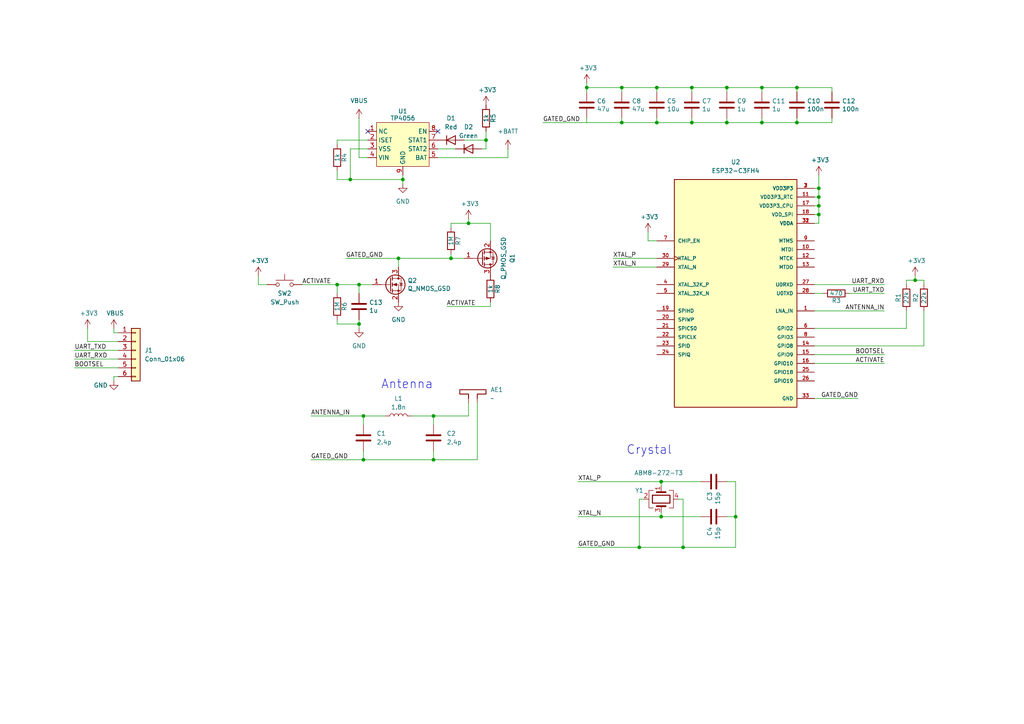
<source format=kicad_sch>
(kicad_sch (version 20231120) (generator "eeschema") (generator_version "8.0")
  (paper "A4")
  (lib_symbols
    (symbol "0_custom:TP4056"
      (property "Reference" "U" (at 0 7.366 0))
      (property "LCSC" "C725790" (at 0 0 0))
      (symbol "TP4056_1_1"
        (rectangle (start -7.62 6.35) (end 7.62 -6.35) (fill (type background)))
        (pin input line (at -10.16 3.81 0) (length 2.54) (name "NC") (number "1"))
        (pin input line (at -10.16 1.27 0) (length 2.54) (name "ISET") (number "2"))
        (pin input line (at -10.16 -1.27 0) (length 2.54) (name "VSS") (number "3"))
        (pin input line (at -10.16 -3.81 0) (length 2.54) (name "VIN") (number "4"))
        (pin input line (at 10.16 -3.81 180) (length 2.54) (name "BAT") (number "5"))
        (pin input line (at 10.16 -1.27 180) (length 2.54) (name "STAT2") (number "6"))
        (pin input line (at 10.16 1.27 180) (length 2.54) (name "STAT1") (number "7"))
        (pin input line (at 10.16 3.81 180) (length 2.54) (name "EN") (number "8"))
        (pin input line (at 0 -8.89 90) (length 2.54) (name "GND") (number "9"))
      )
    )
    (symbol "Connector_Generic:Conn_01x06" (pin_names (offset 1.016) hide)
      (property "Reference" "J" (at 0 7.62 0))
      (property "Value" "Conn_01x06" (at 0 -10.16 0))
      (symbol "Conn_01x06_1_1"
        (rectangle (start -1.27 -7.493) (end 0 -7.747) (stroke (width 0.1524)))
        (rectangle (start -1.27 -4.953) (end 0 -5.207) (stroke (width 0.1524)))
        (rectangle (start -1.27 -2.413) (end 0 -2.667) (stroke (width 0.1524)))
        (rectangle (start -1.27 0.127) (end 0 -0.127) (stroke (width 0.1524)))
        (rectangle (start -1.27 2.667) (end 0 2.413) (stroke (width 0.1524)))
        (rectangle (start -1.27 5.207) (end 0 4.953) (stroke (width 0.1524)))
        (rectangle (start -1.27 6.35) (end 1.27 -8.89) (stroke (width 0.254)) (fill (type background)))
        (pin passive line (at -5.08 5.08 0) (length 3.81) (name "Pin_1") (number "1"))
        (pin passive line (at -5.08 2.54 0) (length 3.81) (name "Pin_2") (number "2"))
        (pin passive line (at -5.08 0 0) (length 3.81) (name "Pin_3") (number "3"))
        (pin passive line (at -5.08 -2.54 0) (length 3.81) (name "Pin_4") (number "4"))
        (pin passive line (at -5.08 -5.08 0) (length 3.81) (name "Pin_5") (number "5"))
        (pin passive line (at -5.08 -7.62 0) (length 3.81) (name "Pin_6") (number "6"))
      )
    )
    (symbol "CustomSymbols:ESP32-C3FH4" (pin_names (offset 1.016))
      (property "Reference" "U" (at -17.78 33.782 0))
      (property "Value" "ESP32-C3FH4" (at -17.78 -33.782 0))
      (symbol "ESP32-C3FH4_0_0"
        (rectangle (start -17.78 -33.02) (end 17.78 33.02) (stroke (width 0.254)) (fill (type background)))
        (pin bidirectional line (at 22.86 -5.08 180) (length 5.08) (name "LNA_IN") (number "1"))
        (pin bidirectional line (at 22.86 12.7 180) (length 5.08) (name "MTDI") (number "10"))
        (pin power_in line (at 22.86 27.94 180) (length 5.08) (name "VDD3P3_RTC") (number "11"))
        (pin bidirectional line (at 22.86 10.16 180) (length 5.08) (name "MTCK") (number "12"))
        (pin bidirectional line (at 22.86 7.62 180) (length 5.08) (name "MTDO") (number "13"))
        (pin bidirectional line (at 22.86 -15.24 180) (length 5.08) (name "GPIO8") (number "14"))
        (pin bidirectional line (at 22.86 -17.78 180) (length 5.08) (name "GPIO9") (number "15"))
        (pin bidirectional line (at 22.86 -20.32 180) (length 5.08) (name "GPIO10") (number "16"))
        (pin power_in line (at 22.86 25.4 180) (length 5.08) (name "VDD3P3_CPU") (number "17"))
        (pin power_in line (at 22.86 22.86 180) (length 5.08) (name "VDD_SPI") (number "18"))
        (pin bidirectional line (at -22.86 -5.08 0) (length 5.08) (name "SPIHD") (number "19"))
        (pin power_in line (at 22.86 30.48 180) (length 5.08) (name "VDD3P3") (number "2"))
        (pin bidirectional line (at -22.86 -7.62 0) (length 5.08) (name "SPIWP") (number "20"))
        (pin bidirectional line (at -22.86 -10.16 0) (length 5.08) (name "SPICS0") (number "21"))
        (pin bidirectional line (at -22.86 -12.7 0) (length 5.08) (name "SPICLK") (number "22"))
        (pin bidirectional line (at -22.86 -15.24 0) (length 5.08) (name "SPID") (number "23"))
        (pin bidirectional line (at -22.86 -17.78 0) (length 5.08) (name "SPIQ") (number "24"))
        (pin bidirectional line (at 22.86 -22.86 180) (length 5.08) (name "GPIO18") (number "25"))
        (pin bidirectional line (at 22.86 -25.4 180) (length 5.08) (name "GPIO19") (number "26"))
        (pin bidirectional line (at 22.86 2.54 180) (length 5.08) (name "U0RXD") (number "27"))
        (pin bidirectional line (at 22.86 0 180) (length 5.08) (name "U0TXD") (number "28"))
        (pin output line (at -22.86 7.62 0) (length 5.08) (name "XTAL_N") (number "29"))
        (pin power_in line (at 22.86 30.48 180) (length 5.08) (name "VDD3P3") (number "3"))
        (pin input clock (at -22.86 10.16 0) (length 5.08) (name "XTAL_P") (number "30"))
        (pin power_in line (at 22.86 20.32 180) (length 5.08) (name "VDDA") (number "31"))
        (pin power_in line (at 22.86 20.32 180) (length 5.08) (name "VDDA") (number "32"))
        (pin power_in line (at 22.86 -30.48 180) (length 5.08) (name "GND") (number "33"))
        (pin bidirectional line (at -22.86 2.54 0) (length 5.08) (name "XTAL_32K_P") (number "4"))
        (pin bidirectional line (at -22.86 0 0) (length 5.08) (name "XTAL_32K_N") (number "5"))
        (pin bidirectional line (at 22.86 -10.16 180) (length 5.08) (name "GPIO2") (number "6"))
        (pin input line (at -22.86 15.24 0) (length 5.08) (name "CHIP_EN") (number "7"))
        (pin bidirectional line (at 22.86 -12.7 180) (length 5.08) (name "GPIO3") (number "8"))
        (pin bidirectional line (at 22.86 15.24 180) (length 5.08) (name "MTMS") (number "9"))
      )
    )
    (symbol "Device:Antenna_Dipole" (pin_numbers hide) (pin_names (offset 1.016) hide)
      (property "Reference" "AE" (at 1.27 1.27 0))
      (property "Value" "Antenna_Dipole" (at 1.27 0 0))
      (symbol "Antenna_Dipole_0_1"
        (polyline (pts (xy 2.54 -3.81) (xy 2.54 -2.54) (xy 5.08 -2.54) (xy 5.08 -1.27) (xy -2.54 -1.27) (xy -2.54 -2.54) (xy 0 -2.54) (xy 0 -3.81)) (stroke (width 0.254)))
      )
      (symbol "Antenna_Dipole_1_1"
        (pin input line (at 0 -5.08 90) (length 2.54) (name "~") (number "1"))
        (pin input line (at 2.54 -5.08 90) (length 2.54) (name "~") (number "2"))
      )
    )
    (symbol "Device:C" (pin_numbers hide) (pin_names (offset 0.254))
      (property "Reference" "C" (at 0.635 2.54 0))
      (property "Value" "C" (at 0.635 -2.54 0))
      (symbol "C_0_1"
        (polyline (pts (xy -2.032 -0.762) (xy 2.032 -0.762)) (stroke (width 0.508)))
        (polyline (pts (xy -2.032 0.762) (xy 2.032 0.762)) (stroke (width 0.508)))
      )
      (symbol "C_1_1"
        (pin passive line (at 0 3.81 270) (length 2.794) (name "~") (number "1"))
        (pin passive line (at 0 -3.81 90) (length 2.794) (name "~") (number "2"))
      )
    )
    (symbol "Device:Crystal_GND24" (pin_names (offset 1.016) hide)
      (property "Reference" "Y" (at 3.175 5.08 0))
      (property "Value" "Crystal_GND24" (at 3.175 3.175 0))
      (symbol "Crystal_GND24_0_1"
        (rectangle (start -1.143 2.54) (end 1.143 -2.54) (stroke (width 0.3048)))
        (polyline (pts (xy -2.54 0) (xy -2.032 0)))
        (polyline (pts (xy -2.032 -1.27) (xy -2.032 1.27)) (stroke (width 0.508)))
        (polyline (pts (xy 0 -3.81) (xy 0 -3.556)))
        (polyline (pts (xy 0 3.556) (xy 0 3.81)))
        (polyline (pts (xy 2.032 -1.27) (xy 2.032 1.27)) (stroke (width 0.508)))
        (polyline (pts (xy 2.032 0) (xy 2.54 0)))
        (polyline (pts (xy -2.54 -2.286) (xy -2.54 -3.556) (xy 2.54 -3.556) (xy 2.54 -2.286)))
        (polyline (pts (xy -2.54 2.286) (xy -2.54 3.556) (xy 2.54 3.556) (xy 2.54 2.286)))
      )
      (symbol "Crystal_GND24_1_1"
        (pin passive line (at -3.81 0 0) (length 1.27) (name "1") (number "1"))
        (pin passive line (at 0 5.08 270) (length 1.27) (name "2") (number "2"))
        (pin passive line (at 3.81 0 180) (length 1.27) (name "3") (number "3"))
        (pin passive line (at 0 -5.08 90) (length 1.27) (name "4") (number "4"))
      )
    )
    (symbol "Device:D" (pin_numbers hide) (pin_names (offset 1.016) hide)
      (property "Reference" "D" (at 0 2.54 0))
      (property "Value" "D" (at 0 -2.54 0))
      (symbol "D_0_1"
        (polyline (pts (xy -1.27 1.27) (xy -1.27 -1.27)) (stroke (width 0.254)))
        (polyline (pts (xy 1.27 0) (xy -1.27 0)))
        (polyline (pts (xy 1.27 1.27) (xy 1.27 -1.27) (xy -1.27 0) (xy 1.27 1.27)) (stroke (width 0.254)))
      )
      (symbol "D_1_1"
        (pin passive line (at -3.81 0 0) (length 2.54) (name "K") (number "1"))
        (pin passive line (at 3.81 0 180) (length 2.54) (name "A") (number "2"))
      )
    )
    (symbol "Device:L" (pin_numbers hide) (pin_names (offset 1.016) hide)
      (property "Reference" "L" (at -1.27 0 90))
      (property "Value" "L" (at 1.905 0 90))
      (symbol "L_0_1"
        (arc (start 0 -2.54) (mid 0.6323 -1.905) (end 0 -1.27))
        (arc (start 0 -1.27) (mid 0.6323 -0.635) (end 0 0))
        (arc (start 0 0) (mid 0.6323 0.635) (end 0 1.27))
        (arc (start 0 1.27) (mid 0.6323 1.905) (end 0 2.54))
      )
      (symbol "L_1_1"
        (pin passive line (at 0 3.81 270) (length 1.27) (name "1") (number "1"))
        (pin passive line (at 0 -3.81 90) (length 1.27) (name "2") (number "2"))
      )
    )
    (symbol "Device:Q_NMOS_GSD" (pin_names (offset 0) hide)
      (property "Reference" "Q" (at 5.08 1.27 0))
      (property "Value" "Q_NMOS_GSD" (at 5.08 -1.27 0))
      (symbol "Q_NMOS_GSD_0_1"
        (polyline (pts (xy 0.254 0) (xy -2.54 0)))
        (polyline (pts (xy 0.254 1.905) (xy 0.254 -1.905)) (stroke (width 0.254)))
        (polyline (pts (xy 0.762 -1.27) (xy 0.762 -2.286)) (stroke (width 0.254)))
        (polyline (pts (xy 0.762 0.508) (xy 0.762 -0.508)) (stroke (width 0.254)))
        (polyline (pts (xy 0.762 2.286) (xy 0.762 1.27)) (stroke (width 0.254)))
        (polyline (pts (xy 2.54 2.54) (xy 2.54 1.778)))
        (polyline (pts (xy 2.54 -2.54) (xy 2.54 0) (xy 0.762 0)))
        (polyline (pts (xy 0.762 -1.778) (xy 3.302 -1.778) (xy 3.302 1.778) (xy 0.762 1.778)))
        (polyline (pts (xy 1.016 0) (xy 2.032 0.381) (xy 2.032 -0.381) (xy 1.016 0)) (fill (type outline)))
        (polyline (pts (xy 2.794 0.508) (xy 2.921 0.381) (xy 3.683 0.381) (xy 3.81 0.254)))
        (polyline (pts (xy 3.302 0.381) (xy 2.921 -0.254) (xy 3.683 -0.254) (xy 3.302 0.381)))
        (circle (center 1.651 0) (radius 2.794) (stroke (width 0.254)))
        (circle (center 2.54 -1.778) (radius 0.254) (fill (type outline)))
        (circle (center 2.54 1.778) (radius 0.254) (fill (type outline)))
      )
      (symbol "Q_NMOS_GSD_1_1"
        (pin input line (at -5.08 0 0) (length 2.54) (name "G") (number "1"))
        (pin passive line (at 2.54 -5.08 90) (length 2.54) (name "S") (number "2"))
        (pin passive line (at 2.54 5.08 270) (length 2.54) (name "D") (number "3"))
      )
    )
    (symbol "Device:Q_PMOS_GSD" (pin_names (offset 0) hide)
      (property "Reference" "Q" (at 5.08 1.27 0))
      (property "Value" "Q_PMOS_GSD" (at 5.08 -1.27 0))
      (symbol "Q_PMOS_GSD_0_1"
        (polyline (pts (xy 0.254 0) (xy -2.54 0)))
        (polyline (pts (xy 0.254 1.905) (xy 0.254 -1.905)) (stroke (width 0.254)))
        (polyline (pts (xy 0.762 -1.27) (xy 0.762 -2.286)) (stroke (width 0.254)))
        (polyline (pts (xy 0.762 0.508) (xy 0.762 -0.508)) (stroke (width 0.254)))
        (polyline (pts (xy 0.762 2.286) (xy 0.762 1.27)) (stroke (width 0.254)))
        (polyline (pts (xy 2.54 2.54) (xy 2.54 1.778)))
        (polyline (pts (xy 2.54 -2.54) (xy 2.54 0) (xy 0.762 0)))
        (polyline (pts (xy 0.762 1.778) (xy 3.302 1.778) (xy 3.302 -1.778) (xy 0.762 -1.778)))
        (polyline (pts (xy 2.286 0) (xy 1.27 0.381) (xy 1.27 -0.381) (xy 2.286 0)) (fill (type outline)))
        (polyline (pts (xy 2.794 -0.508) (xy 2.921 -0.381) (xy 3.683 -0.381) (xy 3.81 -0.254)))
        (polyline (pts (xy 3.302 -0.381) (xy 2.921 0.254) (xy 3.683 0.254) (xy 3.302 -0.381)))
        (circle (center 1.651 0) (radius 2.794) (stroke (width 0.254)))
        (circle (center 2.54 -1.778) (radius 0.254) (fill (type outline)))
        (circle (center 2.54 1.778) (radius 0.254) (fill (type outline)))
      )
      (symbol "Q_PMOS_GSD_1_1"
        (pin input line (at -5.08 0 0) (length 2.54) (name "G") (number "1"))
        (pin passive line (at 2.54 -5.08 90) (length 2.54) (name "S") (number "2"))
        (pin passive line (at 2.54 5.08 270) (length 2.54) (name "D") (number "3"))
      )
    )
    (symbol "Device:R" (pin_numbers hide) (pin_names (offset 0))
      (property "Reference" "R" (at 2.032 0 90))
      (property "Value" "R" (at 0 0 90))
      (symbol "R_0_1"
        (rectangle (start -1.016 -2.54) (end 1.016 2.54) (stroke (width 0.254)))
      )
      (symbol "R_1_1"
        (pin passive line (at 0 3.81 270) (length 1.27) (name "~") (number "1"))
        (pin passive line (at 0 -3.81 90) (length 1.27) (name "~") (number "2"))
      )
    )
    (symbol "Switch:SW_Push" (pin_numbers hide) (pin_names (offset 1.016) hide)
      (property "Reference" "SW" (at 1.27 2.54 0))
      (property "Value" "SW_Push" (at 0 -1.524 0))
      (symbol "SW_Push_0_1"
        (circle (center -2.032 0) (radius 0.508))
        (polyline (pts (xy 0 1.27) (xy 0 3.048)))
        (polyline (pts (xy 2.54 1.27) (xy -2.54 1.27)))
        (circle (center 2.032 0) (radius 0.508))
        (pin passive line (at -5.08 0 0) (length 2.54) (name "1") (number "1"))
        (pin passive line (at 5.08 0 180) (length 2.54) (name "2") (number "2"))
      )
    )
    (symbol "VBUS_1" (power) (pin_numbers hide) (pin_names (offset 0) hide)
      (property "Value" "VBUS" (at 0 3.556 0))
      (symbol "VBUS_1_0_1"
        (polyline (pts (xy -0.762 1.27) (xy 0 2.54)))
        (polyline (pts (xy 0 0) (xy 0 2.54)))
        (polyline (pts (xy 0 2.54) (xy 0.762 1.27)))
      )
      (symbol "VBUS_1_1_1"
        (pin power_in line (at 0 0 90) (length 0) (name "~") (number "1"))
      )
    )
    (symbol "power:+3V3" (power) (pin_names (offset 0))
      (property "Value" "+3V3" (at 0 3.556 0))
      (symbol "+3V3_0_1"
        (polyline (pts (xy -0.762 1.27) (xy 0 2.54)))
        (polyline (pts (xy 0 0) (xy 0 2.54)))
        (polyline (pts (xy 0 2.54) (xy 0.762 1.27)))
      )
      (symbol "+3V3_1_1"
        (pin power_in line (at 0 0 90) (length 0) hide (name "+3V3") (number "1"))
      )
    )
    (symbol "power:+BATT" (power) (pin_numbers hide) (pin_names (offset 0) hide)
      (property "Value" "+BATT" (at 0 3.556 0))
      (symbol "+BATT_0_1"
        (polyline (pts (xy -0.762 1.27) (xy 0 2.54)))
        (polyline (pts (xy 0 0) (xy 0 2.54)))
        (polyline (pts (xy 0 2.54) (xy 0.762 1.27)))
      )
      (symbol "+BATT_1_1"
        (pin power_in line (at 0 0 90) (length 0) (name "~") (number "1"))
      )
    )
    (symbol "power:GND" (power) (pin_names (offset 0))
      (property "Value" "GND" (at 0 -3.81 0))
      (symbol "GND_0_1"
        (polyline (pts (xy 0 0) (xy 0 -1.27) (xy 1.27 -1.27) (xy 0 -2.54) (xy -1.27 -1.27) (xy 0 -1.27)))
      )
      (symbol "GND_1_1"
        (pin power_in line (at 0 0 270) (length 0) hide (name "GND") (number "1"))
      )
    )
    (symbol "power:VBUS" (power) (pin_names (offset 0))
      (property "Value" "VBUS" (at 0 3.81 0))
      (symbol "VBUS_0_1"
        (polyline (pts (xy -0.762 1.27) (xy 0 2.54)))
        (polyline (pts (xy 0 0) (xy 0 2.54)))
        (polyline (pts (xy 0 2.54) (xy 0.762 1.27)))
      )
      (symbol "VBUS_1_1"
        (pin power_in line (at 0 0 90) (length 0) hide (name "VBUS") (number "1"))
      )
    )
  )
  (junction (at 135.89 64.77))
  (junction (at 105.41 133.35))
  (junction (at 237.49 62.23))
  (junction (at 237.49 54.61))
  (junction (at 97.79 82.55))
  (junction (at 198.12 158.75))
  (junction (at 200.66 35.56))
  (junction (at 200.66 25.4))
  (junction (at 180.34 35.56))
  (junction (at 185.42 158.75))
  (junction (at 125.73 133.35))
  (junction (at 231.14 25.4))
  (junction (at 104.14 82.55))
  (junction (at 231.14 35.56))
  (junction (at 104.14 93.98))
  (junction (at 213.36 149.86))
  (junction (at 210.82 35.56))
  (junction (at 116.84 52.07))
  (junction (at 210.82 25.4))
  (junction (at 101.6 52.07))
  (junction (at 190.5 25.4))
  (junction (at 265.43 81.28))
  (junction (at 140.97 40.64))
  (junction (at 190.5 35.56))
  (junction (at 130.81 74.93))
  (junction (at 191.77 139.7))
  (junction (at 237.49 59.69))
  (junction (at 115.57 74.93))
  (junction (at 237.49 57.15))
  (junction (at 191.77 149.86))
  (junction (at 105.41 120.65))
  (junction (at 180.34 25.4))
  (junction (at 220.98 25.4))
  (junction (at 170.18 25.4))
  (junction (at 125.73 120.65))
  (junction (at 220.98 35.56))
  (no_connect (at 127 38.1))
  (no_connect (at 106.68 38.1))
  (wire (pts (xy 130.81 74.93) (xy 134.62 74.93)))
  (wire (pts (xy 140.97 38.1) (xy 140.97 40.64)))
  (wire (pts (xy 198.12 144.78) (xy 196.85 144.78)))
  (wire (pts (xy 87.63 82.55) (xy 97.79 82.55)))
  (wire (pts (xy 125.73 130.81) (xy 125.73 133.35)))
  (wire (pts (xy 97.79 52.07) (xy 101.6 52.07)))
  (wire (pts (xy 97.79 49.53) (xy 97.79 52.07)))
  (wire (pts (xy 236.22 105.41) (xy 256.54 105.41)))
  (wire (pts (xy 147.32 43.18) (xy 147.32 45.72)))
  (wire (pts (xy 237.49 64.77) (xy 236.22 64.77)))
  (wire (pts (xy 231.14 35.56) (xy 231.14 34.29)))
  (wire (pts (xy 231.14 25.4) (xy 231.14 26.67)))
  (wire (pts (xy 138.43 116.84) (xy 138.43 133.35)))
  (wire (pts (xy 74.93 80.01) (xy 74.93 82.55)))
  (wire (pts (xy 200.66 25.4) (xy 210.82 25.4)))
  (wire (pts (xy 74.93 82.55) (xy 77.47 82.55)))
  (wire (pts (xy 104.14 82.55) (xy 104.14 85.09)))
  (wire (pts (xy 198.12 158.75) (xy 213.36 158.75)))
  (wire (pts (xy 231.14 35.56) (xy 241.3 35.56)))
  (wire (pts (xy 101.6 52.07) (xy 116.84 52.07)))
  (wire (pts (xy 237.49 50.8) (xy 237.49 54.61)))
  (wire (pts (xy 129.54 88.9) (xy 142.24 88.9)))
  (wire (pts (xy 135.89 120.65) (xy 125.73 120.65)))
  (wire (pts (xy 213.36 139.7) (xy 213.36 149.86)))
  (wire (pts (xy 34.29 96.52) (xy 33.02 96.52)))
  (wire (pts (xy 237.49 57.15) (xy 237.49 59.69)))
  (wire (pts (xy 119.38 120.65) (xy 125.73 120.65)))
  (wire (pts (xy 210.82 25.4) (xy 210.82 26.67)))
  (wire (pts (xy 142.24 64.77) (xy 142.24 69.85)))
  (wire (pts (xy 104.14 45.72) (xy 104.14 34.29)))
  (wire (pts (xy 236.22 95.25) (xy 262.89 95.25)))
  (wire (pts (xy 186.69 144.78) (xy 185.42 144.78)))
  (wire (pts (xy 210.82 25.4) (xy 220.98 25.4)))
  (wire (pts (xy 220.98 35.56) (xy 231.14 35.56)))
  (wire (pts (xy 135.89 64.77) (xy 142.24 64.77)))
  (wire (pts (xy 210.82 149.86) (xy 213.36 149.86)))
  (wire (pts (xy 177.8 74.93) (xy 190.5 74.93)))
  (wire (pts (xy 139.7 43.18) (xy 140.97 43.18)))
  (wire (pts (xy 236.22 115.57) (xy 248.92 115.57)))
  (wire (pts (xy 200.66 35.56) (xy 200.66 34.29)))
  (wire (pts (xy 140.97 40.64) (xy 140.97 43.18)))
  (wire (pts (xy 25.4 95.25) (xy 25.4 99.06)))
  (wire (pts (xy 21.59 101.6) (xy 34.29 101.6)))
  (wire (pts (xy 134.62 40.64) (xy 140.97 40.64)))
  (wire (pts (xy 157.48 35.56) (xy 180.34 35.56)))
  (wire (pts (xy 127 45.72) (xy 147.32 45.72)))
  (wire (pts (xy 25.4 99.06) (xy 34.29 99.06)))
  (wire (pts (xy 180.34 35.56) (xy 180.34 34.29)))
  (wire (pts (xy 191.77 139.7) (xy 167.64 139.7)))
  (wire (pts (xy 104.14 93.98) (xy 104.14 92.71)))
  (wire (pts (xy 262.89 81.28) (xy 265.43 81.28)))
  (wire (pts (xy 187.96 67.31) (xy 187.96 69.85)))
  (wire (pts (xy 97.79 82.55) (xy 97.79 85.09)))
  (wire (pts (xy 203.2 149.86) (xy 191.77 149.86)))
  (wire (pts (xy 190.5 35.56) (xy 190.5 34.29)))
  (wire (pts (xy 170.18 25.4) (xy 180.34 25.4)))
  (wire (pts (xy 177.8 77.47) (xy 190.5 77.47)))
  (wire (pts (xy 125.73 120.65) (xy 125.73 123.19)))
  (wire (pts (xy 262.89 90.17) (xy 262.89 95.25)))
  (wire (pts (xy 180.34 25.4) (xy 190.5 25.4)))
  (wire (pts (xy 101.6 43.18) (xy 101.6 52.07)))
  (wire (pts (xy 236.22 102.87) (xy 256.54 102.87)))
  (wire (pts (xy 190.5 25.4) (xy 190.5 26.67)))
  (wire (pts (xy 200.66 25.4) (xy 200.66 26.67)))
  (wire (pts (xy 97.79 40.64) (xy 97.79 41.91)))
  (wire (pts (xy 220.98 25.4) (xy 220.98 26.67)))
  (wire (pts (xy 236.22 90.17) (xy 256.54 90.17)))
  (wire (pts (xy 170.18 25.4) (xy 170.18 26.67)))
  (wire (pts (xy 237.49 54.61) (xy 236.22 54.61)))
  (wire (pts (xy 170.18 24.13) (xy 170.18 25.4)))
  (wire (pts (xy 220.98 25.4) (xy 231.14 25.4)))
  (wire (pts (xy 135.89 63.5) (xy 135.89 64.77)))
  (wire (pts (xy 130.81 66.04) (xy 130.81 64.77)))
  (wire (pts (xy 106.68 45.72) (xy 104.14 45.72)))
  (wire (pts (xy 106.68 40.64) (xy 97.79 40.64)))
  (wire (pts (xy 116.84 52.07) (xy 116.84 53.34)))
  (wire (pts (xy 105.41 120.65) (xy 111.76 120.65)))
  (wire (pts (xy 130.81 73.66) (xy 130.81 74.93)))
  (wire (pts (xy 241.3 25.4) (xy 241.3 26.67)))
  (wire (pts (xy 220.98 35.56) (xy 220.98 34.29)))
  (wire (pts (xy 97.79 92.71) (xy 97.79 93.98)))
  (wire (pts (xy 210.82 35.56) (xy 210.82 34.29)))
  (wire (pts (xy 142.24 87.63) (xy 142.24 88.9)))
  (wire (pts (xy 21.59 106.68) (xy 34.29 106.68)))
  (wire (pts (xy 265.43 81.28) (xy 267.97 81.28)))
  (wire (pts (xy 185.42 158.75) (xy 167.64 158.75)))
  (wire (pts (xy 106.68 43.18) (xy 101.6 43.18)))
  (wire (pts (xy 100.33 74.93) (xy 115.57 74.93)))
  (wire (pts (xy 191.77 148.59) (xy 191.77 149.86)))
  (wire (pts (xy 127 43.18) (xy 132.08 43.18)))
  (wire (pts (xy 125.73 133.35) (xy 138.43 133.35)))
  (wire (pts (xy 185.42 144.78) (xy 185.42 158.75)))
  (wire (pts (xy 203.2 139.7) (xy 191.77 139.7)))
  (wire (pts (xy 231.14 25.4) (xy 241.3 25.4)))
  (wire (pts (xy 262.89 81.28) (xy 262.89 82.55)))
  (wire (pts (xy 236.22 100.33) (xy 267.97 100.33)))
  (wire (pts (xy 237.49 54.61) (xy 237.49 57.15)))
  (wire (pts (xy 180.34 35.56) (xy 190.5 35.56)))
  (wire (pts (xy 198.12 144.78) (xy 198.12 158.75)))
  (wire (pts (xy 237.49 62.23) (xy 237.49 64.77)))
  (wire (pts (xy 237.49 57.15) (xy 236.22 57.15)))
  (wire (pts (xy 237.49 59.69) (xy 236.22 59.69)))
  (wire (pts (xy 200.66 35.56) (xy 210.82 35.56)))
  (wire (pts (xy 115.57 74.93) (xy 130.81 74.93)))
  (wire (pts (xy 267.97 90.17) (xy 267.97 100.33)))
  (wire (pts (xy 180.34 25.4) (xy 180.34 26.67)))
  (wire (pts (xy 170.18 35.56) (xy 170.18 34.29)))
  (wire (pts (xy 187.96 69.85) (xy 190.5 69.85)))
  (wire (pts (xy 116.84 50.8) (xy 116.84 52.07)))
  (wire (pts (xy 115.57 77.47) (xy 115.57 74.93)))
  (wire (pts (xy 130.81 64.77) (xy 135.89 64.77)))
  (wire (pts (xy 265.43 80.01) (xy 265.43 81.28)))
  (wire (pts (xy 90.17 120.65) (xy 105.41 120.65)))
  (wire (pts (xy 267.97 81.28) (xy 267.97 82.55)))
  (wire (pts (xy 236.22 82.55) (xy 256.54 82.55)))
  (wire (pts (xy 237.49 62.23) (xy 236.22 62.23)))
  (wire (pts (xy 97.79 82.55) (xy 104.14 82.55)))
  (wire (pts (xy 105.41 133.35) (xy 105.41 130.81)))
  (wire (pts (xy 33.02 95.25) (xy 33.02 96.52)))
  (wire (pts (xy 21.59 104.14) (xy 34.29 104.14)))
  (wire (pts (xy 191.77 140.97) (xy 191.77 139.7)))
  (wire (pts (xy 105.41 120.65) (xy 105.41 123.19)))
  (wire (pts (xy 104.14 82.55) (xy 107.95 82.55)))
  (wire (pts (xy 237.49 59.69) (xy 237.49 62.23)))
  (wire (pts (xy 236.22 85.09) (xy 238.76 85.09)))
  (wire (pts (xy 104.14 93.98) (xy 97.79 93.98)))
  (wire (pts (xy 213.36 149.86) (xy 213.36 158.75)))
  (wire (pts (xy 210.82 139.7) (xy 213.36 139.7)))
  (wire (pts (xy 105.41 133.35) (xy 90.17 133.35)))
  (wire (pts (xy 190.5 35.56) (xy 200.66 35.56)))
  (wire (pts (xy 33.02 109.22) (xy 33.02 110.49)))
  (wire (pts (xy 33.02 109.22) (xy 34.29 109.22)))
  (wire (pts (xy 191.77 149.86) (xy 167.64 149.86)))
  (wire (pts (xy 246.38 85.09) (xy 256.54 85.09)))
  (wire (pts (xy 185.42 158.75) (xy 198.12 158.75)))
  (wire (pts (xy 210.82 35.56) (xy 220.98 35.56)))
  (wire (pts (xy 135.89 116.84) (xy 135.89 120.65)))
  (wire (pts (xy 104.14 95.25) (xy 104.14 93.98)))
  (wire (pts (xy 190.5 25.4) (xy 200.66 25.4)))
  (wire (pts (xy 105.41 133.35) (xy 125.73 133.35)))
  (wire (pts (xy 241.3 35.56) (xy 241.3 34.29)))
  (text "Antenna" (at 110.49 113.03 0) (effects (font (size 2.54 2.54)) (justify left bottom)))
  (text "Crystal" (at 181.61 132.08 0) (effects (font (size 2.54 2.54)) (justify left bottom)))
  (label "GATED_GND" (at 90.17 133.35 0))
  (label "XTAL_N" (at 167.64 149.86 0))
  (label "XTAL_N" (at 177.8 77.47 0))
  (label "ACTIVATE" (at 87.63 82.55 0))
  (label "XTAL_P" (at 177.8 74.93 0))
  (label "XTAL_P" (at 167.64 139.7 0))
  (label "ACTIVATE" (at 129.54 88.9 0))
  (label "ANTENNA_IN" (at 90.17 120.65 0))
  (label "BOOTSEL" (at 256.54 102.87 180))
  (label "GATED_GND" (at 100.33 74.93 0))
  (label "UART_TXD" (at 21.59 101.6 0))
  (label "ACTIVATE" (at 256.54 105.41 180))
  (label "BOOTSEL" (at 21.59 106.68 0))
  (label "UART_RXD" (at 256.54 82.55 180))
  (label "GATED_GND" (at 248.92 115.57 180))
  (label "GATED_GND" (at 157.48 35.56 0))
  (label "UART_TXD" (at 256.54 85.09 180))
  (label "UART_RXD" (at 21.59 104.14 0))
  (label "ANTENNA_IN" (at 256.54 90.17 180))
  (label "GATED_GND" (at 167.64 158.75 0))
  (symbol (lib_id "Device:Q_NMOS_GSD") (at 113.03 82.55 0) (unit 1)
    (property "Reference" "Q2" (at 118.2116 81.3816 0) (effects (justify left)))
    (property "Value" "Q_NMOS_GSD" (at 118.2116 83.693 0) (effects (justify left)))
    (property "Footprint" "Package_TO_SOT_SMD:SOT-23" (effects (hide yes)))
  )
  (symbol (lib_id "Device:C") (at 210.82 30.48 0) (unit 1)
    (property "Reference" "C9" (at 213.741 29.3116 0) (effects (justify left)))
    (property "Value" "1u" (at 213.741 31.623 0) (effects (justify left)))
    (property "Footprint" "Capacitor_SMD:C_0402_1005Metric" (effects (hide yes)))
    (property "LCSC" "C14445" (effects (hide yes)))
  )
  (symbol (lib_id "Device:C") (at 125.73 127 0) (unit 1)
    (property "Reference" "C2" (at 129.54 125.73 0) (effects (justify left)))
    (property "Value" "2.4p" (at 129.54 128.27 0) (effects (justify left)))
    (property "Footprint" "Capacitor_SMD:C_0402_1005Metric" (effects (hide yes)))
    (property "LCSC" "C48346" (effects (hide yes)))
  )
  (symbol (lib_id "Device:C") (at 207.01 139.7 90) (mirror x) (unit 1)
    (property "Reference" "C3" (at 205.8416 142.621 0) (effects (justify left)))
    (property "Value" "15p" (at 208.153 142.621 0) (effects (justify left)))
    (property "Footprint" "Capacitor_SMD:C_0402_1005Metric" (effects (hide yes)))
    (property "LCSC" "C1548" (effects (hide yes)))
  )
  (symbol (lib_id "Device:R") (at 130.81 69.85 180) (unit 1)
    (property "Reference" "R7" (at 132.8928 69.85 90))
    (property "Value" "1M" (at 130.81 69.85 90))
    (property "Footprint" "Resistor_SMD:R_0402_1005Metric" (effects (hide yes)))
  )
  (symbol (lib_id "Device:C") (at 200.66 30.48 0) (unit 1)
    (property "Reference" "C7" (at 203.581 29.3116 0) (effects (justify left)))
    (property "Value" "1u" (at 203.581 31.623 0) (effects (justify left)))
    (property "Footprint" "Capacitor_SMD:C_0402_1005Metric" (effects (hide yes)))
    (property "LCSC" "C14445" (effects (hide yes)))
  )
  (symbol (lib_id "power:+3V3") (at 187.96 67.31 0) (unit 1)
    (property "Reference" "#PWR014" (effects (hide yes)))
    (property "Value" "+3V3" (at 188.341 62.9158 0))
  )
  (symbol (lib_id "Device:R") (at 242.57 85.09 90) (unit 1)
    (property "Reference" "R3" (at 242.57 87.1728 90))
    (property "Value" "470" (at 242.57 85.09 90))
    (property "Footprint" "Resistor_SMD:R_0402_1005Metric" (effects (hide yes)))
    (property "manf#" "RC0805FR-07200RL" (effects (hide yes)))
    (property "LCSC" "C25117" (effects (hide yes)))
  )
  (symbol (lib_id "Switch:SW_Push") (at 82.55 82.55 0) (unit 1)
    (property "Reference" "SW2" (at 84.582 85.09 0) (effects (justify right)))
    (property "Value" "SW_Push" (at 86.868 87.63 0) (effects (justify right)))
    (property "Footprint" "symbols:ALPSALPINE_SKPMBHE010" (effects (hide yes)))
    (property "LCSC" "C115350" (effects (hide yes)))
  )
  (symbol (lib_id "Device:Q_PMOS_GSD") (at 139.7 74.93 0) (mirror x) (unit 1)
    (property "Reference" "Q1" (at 148.59 74.93 90))
    (property "Value" "Q_PMOS_GSD" (at 146.05 74.93 90))
    (property "Description" "P-MOSFET transistor, gate/source/drain" (effects (hide yes)))
  )
  (symbol (lib_name "VBUS_1") (lib_id "power:VBUS") (at 104.14 34.29 0) (unit 1)
    (property "Reference" "#PWR019" (effects (hide yes)))
    (property "Value" "VBUS" (at 104.14 29.21 0))
    (property "Description" "Power symbol creates a global label with name \"VBUS\"" (effects (hide yes)))
  )
  (symbol (lib_id "Device:L") (at 115.57 120.65 90) (unit 1)
    (property "Reference" "L1" (at 115.57 115.57 90))
    (property "Value" "1.8n" (at 115.57 118.11 90))
    (property "Footprint" "Inductor_SMD:L_0402_1005Metric" (effects (hide yes)))
    (property "LCSC" "C77107" (effects (hide yes)))
  )
  (symbol (lib_id "Device:C") (at 170.18 30.48 0) (unit 1)
    (property "Reference" "C6" (at 173.101 29.3116 0) (effects (justify left)))
    (property "Value" "47u" (at 173.101 31.623 0) (effects (justify left)))
    (property "Footprint" "Capacitor_SMD:C_0805_2012Metric" (effects (hide yes)))
    (property "LCSC" "C16780" (effects (hide yes)))
  )
  (symbol (lib_id "Device:C") (at 190.5 30.48 0) (unit 1)
    (property "Reference" "C5" (at 193.421 29.3116 0) (effects (justify left)))
    (property "Value" "10u" (at 193.421 31.623 0) (effects (justify left)))
    (property "Footprint" "Capacitor_SMD:C_0402_1005Metric" (effects (hide yes)))
    (property "LCSC" "C15525" (effects (hide yes)))
  )
  (symbol (lib_id "power:+3V3") (at 140.97 30.48 0) (unit 1)
    (property "Reference" "#PWR06" (effects (hide yes)))
    (property "Value" "+3V3" (at 141.351 26.0858 0))
  )
  (symbol (lib_id "0_custom:TP4056") (at 116.84 41.91 0) (unit 1)
    (property "Reference" "U1" (at 116.84 32.258 0))
    (property "Value" "TP4056" (at 116.84 34.29 0))
    (property "Footprint" "Package_SO:SOIC-8-1EP_3.9x4.9mm_P1.27mm_EP2.41x3.3mm_ThermalVias" (effects (hide yes)))
    (property "LCSC" "C725790" (effects (hide yes)))
  )
  (symbol (lib_id "power:+3V3") (at 135.89 63.5 0) (unit 1)
    (property "Reference" "#PWR07" (effects (hide yes)))
    (property "Value" "+3V3" (at 136.271 59.1058 0))
  )
  (symbol (lib_id "Device:R") (at 97.79 88.9 180) (unit 1)
    (property "Reference" "R6" (at 99.8728 88.9 90))
    (property "Value" "1M" (at 97.79 88.9 90))
    (property "Footprint" "Resistor_SMD:R_0402_1005Metric" (effects (hide yes)))
  )
  (symbol (lib_id "Device:R") (at 262.89 86.36 180) (unit 1)
    (property "Reference" "R1" (at 260.5278 86.36 90))
    (property "Value" "22k" (at 262.89 86.36 90))
    (property "Footprint" "Resistor_SMD:R_0402_1005Metric" (effects (hide yes)))
    (property "manf#" "RC0805FR-07200RL" (effects (hide yes)))
    (property "LCSC" "C25768" (effects (hide yes)))
  )
  (symbol (lib_id "Device:R") (at 267.97 86.36 180) (unit 1)
    (property "Reference" "R2" (at 265.6078 86.36 90))
    (property "Value" "22k" (at 267.97 86.36 90))
    (property "Footprint" "Resistor_SMD:R_0402_1005Metric" (effects (hide yes)))
    (property "manf#" "RC0805FR-07200RL" (effects (hide yes)))
    (property "LCSC" "C25768" (effects (hide yes)))
  )
  (symbol (lib_id "power:GND") (at 116.84 53.34 0) (unit 1)
    (property "Reference" "#PWR02" (effects (hide yes)))
    (property "Value" "GND" (at 116.84 58.42 0))
  )
  (symbol (lib_id "Device:D") (at 130.81 40.64 0) (unit 1)
    (property "Reference" "D1" (at 130.81 34.29 0))
    (property "Value" "Red" (at 130.81 36.83 0))
    (property "Footprint" "LED_SMD:LED_0402_1005Metric" (effects (hide yes)))
    (property "Description" "Diode" (effects (hide yes)))
    (property "Sim.Device" "D" (effects (hide yes)))
    (property "Sim.Pins" "1=K 2=A" (effects (hide yes)))
    (property "LCSC" "C130719" (effects (hide yes)))
  )
  (symbol (lib_id "power:GND") (at 115.57 87.63 0) (unit 1)
    (property "Reference" "#PWR017" (effects (hide yes)))
    (property "Value" "GND" (at 115.57 92.71 0))
  )
  (symbol (lib_id "power:+3V3") (at 25.4 95.25 0) (unit 1)
    (property "Reference" "#PWR03" (effects (hide yes)))
    (property "Value" "+3V3" (at 25.781 90.8558 0))
  )
  (symbol (lib_id "Device:C") (at 207.01 149.86 90) (mirror x) (unit 1)
    (property "Reference" "C4" (at 205.8416 152.781 0) (effects (justify left)))
    (property "Value" "15p" (at 208.153 152.781 0) (effects (justify left)))
    (property "Footprint" "Capacitor_SMD:C_0402_1005Metric" (effects (hide yes)))
    (property "LCSC" "C1548" (effects (hide yes)))
  )
  (symbol (lib_id "power:VBUS") (at 33.02 95.25 0) (unit 1)
    (property "Reference" "#PWR04" (effects (hide yes)))
    (property "Value" "VBUS" (at 33.401 90.8558 0))
  )
  (symbol (lib_id "power:GND") (at 33.02 110.49 0) (unit 1)
    (property "Reference" "#PWR05" (effects (hide yes)))
    (property "Value" "GND" (at 29.21 111.76 0))
  )
  (symbol (lib_id "power:+3V3") (at 74.93 80.01 0) (unit 1)
    (property "Reference" "#PWR09" (effects (hide yes)))
    (property "Value" "+3V3" (at 75.311 75.6158 0))
  )
  (symbol (lib_id "Device:R") (at 140.97 34.29 180) (unit 1)
    (property "Reference" "R5" (at 143.0528 34.29 90))
    (property "Value" "1k" (at 140.97 34.29 90))
    (property "Footprint" "Resistor_SMD:R_0402_1005Metric" (effects (hide yes)))
    (property "LCSC" "C11702" (effects (hide yes)))
  )
  (symbol (lib_id "power:+BATT") (at 147.32 43.18 0) (unit 1)
    (property "Reference" "#PWR018" (effects (hide yes)))
    (property "Value" "+BATT" (at 147.32 38.1 0))
    (property "Description" "Power symbol creates a global label with name \"+BATT\"" (effects (hide yes)))
  )
  (symbol (lib_id "power:GND") (at 104.14 95.25 0) (unit 1)
    (property "Reference" "#PWR08" (effects (hide yes)))
    (property "Value" "GND" (at 104.14 100.33 0))
  )
  (symbol (lib_id "power:+3V3") (at 237.49 50.8 0) (unit 1)
    (property "Reference" "#PWR016" (effects (hide yes)))
    (property "Value" "+3V3" (at 237.871 46.4058 0))
  )
  (symbol (lib_id "CustomSymbols:ESP32-C3FH4") (at 213.36 85.09 0) (unit 1)
    (property "Reference" "U2" (at 213.36 46.99 0))
    (property "Value" "ESP32-C3FH4" (at 213.36 49.53 0))
    (property "Footprint" "Package_DFN_QFN:QFN-32-1EP_5x5mm_P0.5mm_EP3.7x3.7mm" (effects (hide yes)))
    (property "Description" "\nBluetooth, WiFi 802.11b/g/n, Bluetooth v5.0 Transceiver Module 2.402GHz ~ 2.48GHz Antenna Not Included Surface Mount\n" (effects (hide yes)))
    (property "MF" "Espressif Systems" (effects (hide yes)))
    (property "MAXIMUM_PACKAGE_HEIGHT" "0.9mm" (effects (hide yes)))
    (property "Package" "VFQFN-32 Espressif Systems" (effects (hide yes)))
    (property "Price" "None" (effects (hide yes)))
    (property "Check_prices" "https://www.snapeda.com/parts/ESP32-C3FH4/Espressif+Systems/view-part/?ref=eda" (effects (hide yes)))
    (property "STANDARD" "IPC 7351B" (effects (hide yes)))
    (property "PARTREV" "V1.0" (effects (hide yes)))
    (property "SnapEDA_Link" "https://www.snapeda.com/parts/ESP32-C3FH4/Espressif+Systems/view-part/?ref=snap" (effects (hide yes)))
    (property "MP" "ESP32-C3FH4" (effects (hide yes)))
    (property "Purchase-URL" "https://www.snapeda.com/api/url_track_click_mouser/?unipart_id=5881917&manufacturer=Espressif Systems&part_name=ESP32-C3FH4&search_term=None" (effects (hide yes)))
    (property "Availability" "In Stock" (effects (hide yes)))
    (property "MANUFACTURER" "Espressif" (effects (hide yes)))
    (property "LCSC" "C2858491" (effects (hide yes)))
  )
  (symbol (lib_id "power:+3V3") (at 170.18 24.13 0) (unit 1)
    (property "Reference" "#PWR012" (effects (hide yes)))
    (property "Value" "+3V3" (at 170.561 19.7358 0))
  )
  (symbol (lib_id "Device:C") (at 104.14 88.9 0) (unit 1)
    (property "Reference" "C13" (at 107.061 87.7316 0) (effects (justify left)))
    (property "Value" "1u" (at 107.061 90.043 0) (effects (justify left)))
    (property "Footprint" "Capacitor_SMD:C_0402_1005Metric" (effects (hide yes)))
    (property "LCSC" "C14445" (effects (hide yes)))
  )
  (symbol (lib_id "Device:C") (at 105.41 127 0) (unit 1)
    (property "Reference" "C1" (at 109.22 125.73 0) (effects (justify left)))
    (property "Value" "2.4p" (at 109.22 128.27 0) (effects (justify left)))
    (property "Footprint" "Capacitor_SMD:C_0402_1005Metric" (effects (hide yes)))
    (property "LCSC" "C48346" (effects (hide yes)))
  )
  (symbol (lib_id "Connector_Generic:Conn_01x06") (at 39.37 101.6 0) (unit 1)
    (property "Reference" "J1" (at 41.91 101.5999 0) (effects (justify left)))
    (property "Value" "Conn_01x06" (at 41.91 104.1399 0) (effects (justify left)))
    (property "Footprint" "Connector_PinHeader_2.54mm:PinHeader_1x06_P2.54mm_Vertical" (effects (hide yes)))
    (property "Description" "Generic connector, single row, 01x06, script generated (kicad-library-utils/schlib/autogen/connector/)" (effects (hide yes)))
  )
  (symbol (lib_id "Device:Crystal_GND24") (at 191.77 144.78 90) (mirror x) (unit 1)
    (property "Reference" "Y1" (at 186.69 142.24 90) (effects (justify left)))
    (property "Value" "ABM8-272-T3" (at 198.12 137.16 90) (effects (justify left)))
    (property "Footprint" "Crystal:Crystal_SMD_3225-4Pin_3.2x2.5mm" (effects (hide yes)))
    (property "LCSC" "C9010" (effects (hide yes)))
  )
  (symbol (lib_id "Device:D") (at 135.89 43.18 0) (unit 1)
    (property "Reference" "D2" (at 135.89 36.83 0))
    (property "Value" "Green" (at 135.89 39.37 0))
    (property "Footprint" "LED_SMD:LED_0402_1005Metric" (effects (hide yes)))
    (property "Description" "Diode" (effects (hide yes)))
    (property "Sim.Device" "D" (effects (hide yes)))
    (property "Sim.Pins" "1=K 2=A" (effects (hide yes)))
    (property "LCSC" "C2856703" (effects (hide yes)))
  )
  (symbol (lib_id "Device:C") (at 220.98 30.48 0) (unit 1)
    (property "Reference" "C11" (at 223.901 29.3116 0) (effects (justify left)))
    (property "Value" "1u" (at 223.901 31.623 0) (effects (justify left)))
    (property "Footprint" "Capacitor_SMD:C_0402_1005Metric" (effects (hide yes)))
    (property "LCSC" "C14445" (effects (hide yes)))
  )
  (symbol (lib_id "Device:C") (at 180.34 30.48 0) (unit 1)
    (property "Reference" "C8" (at 183.261 29.3116 0) (effects (justify left)))
    (property "Value" "47u" (at 183.261 31.623 0) (effects (justify left)))
    (property "Footprint" "Capacitor_SMD:C_0805_2012Metric" (effects (hide yes)))
    (property "LCSC" "C16780" (effects (hide yes)))
  )
  (symbol (lib_id "Device:Antenna_Dipole") (at 135.89 111.76 0) (unit 1)
    (property "Reference" "AE1" (at 142.24 113.03 0) (effects (justify left)))
    (property "Value" "~" (at 142.24 115.57 0) (effects (justify left)))
    (property "Footprint" "RF_Antenna:Texas_SWRA117D_2.4GHz_Left" (effects (hide yes)))
  )
  (symbol (lib_id "Device:R") (at 142.24 83.82 180) (unit 1)
    (property "Reference" "R8" (at 144.3228 83.82 90))
    (property "Value" "1k" (at 142.24 83.82 90))
    (property "Footprint" "Resistor_SMD:R_0402_1005Metric" (effects (hide yes)))
    (property "LCSC" "C11702" (effects (hide yes)))
  )
  (symbol (lib_id "power:+3V3") (at 265.43 80.01 0) (unit 1)
    (property "Reference" "#PWR015" (effects (hide yes)))
    (property "Value" "+3V3" (at 265.811 75.6158 0))
  )
  (symbol (lib_id "Device:C") (at 231.14 30.48 0) (unit 1)
    (property "Reference" "C10" (at 234.061 29.3116 0) (effects (justify left)))
    (property "Value" "100n" (at 234.061 31.623 0) (effects (justify left)))
    (property "Footprint" "Capacitor_SMD:C_0402_1005Metric" (effects (hide yes)))
    (property "LCSC" "C1525" (effects (hide yes)))
  )
  (symbol (lib_id "Device:R") (at 97.79 45.72 180) (unit 1)
    (property "Reference" "R4" (at 99.8728 45.72 90))
    (property "Value" "1k" (at 97.79 45.72 90))
    (property "Footprint" "Resistor_SMD:R_0402_1005Metric" (effects (hide yes)))
    (property "LCSC" "C11702" (effects (hide yes)))
  )
  (symbol (lib_id "Device:C") (at 241.3 30.48 0) (unit 1)
    (property "Reference" "C12" (at 244.221 29.3116 0) (effects (justify left)))
    (property "Value" "100n" (at 244.221 31.623 0) (effects (justify left)))
    (property "Footprint" "Capacitor_SMD:C_0402_1005Metric" (effects (hide yes)))
    (property "LCSC" "C1525" (effects (hide yes)))
  )
)
</source>
